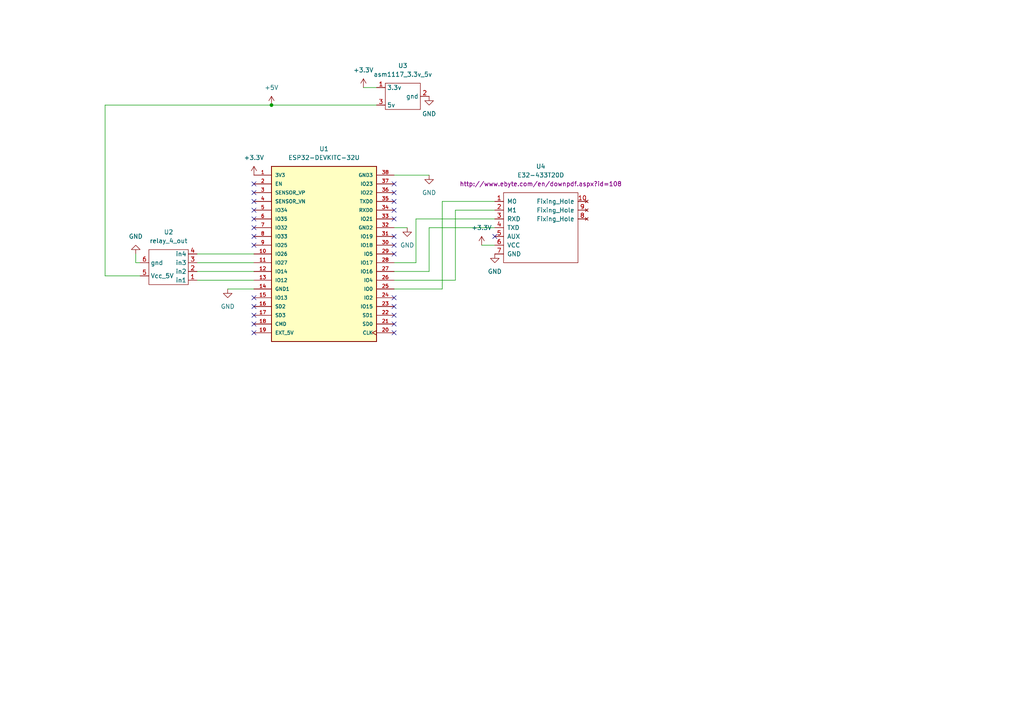
<source format=kicad_sch>
(kicad_sch (version 20211123) (generator eeschema)
  (paper "A4")
  (lib_symbols
    (symbol "E32-xxxT20D:E32-433T20D" (pin_names (offset 1.016))
      (property "Reference" "U" (at 0 3.302 0))
      (property "Value" "E32-433T20D" (at 0 1.27 0))
      (property "Datasheet" "http://www.ebyte.com/en/downpdf.aspx?id=108" (at 0 0 0))
      (symbol "E32-433T20D_0_1"
        (rectangle (start 0 0) (end 21.59 -20.32))
      )
      (symbol "E32-433T20D_1_0"
        (pin no_connect line (at 24.13 -7.62 180) (length 2.54) (name "Fixing_Hole") (number "8"))
      )
      (symbol "E32-433T20D_1_1"
        (pin input line (at -2.54 -2.54 0) (length 2.54) (name "M0") (number "1"))
        (pin no_connect line (at 24.13 -2.54 180) (length 2.54) (name "Fixing_Hole") (number "10"))
        (pin input line (at -2.54 -5.08 0) (length 2.54) (name "M1") (number "2"))
        (pin input line (at -2.54 -7.62 0) (length 2.54) (name "RXD") (number "3"))
        (pin output line (at -2.54 -10.16 0) (length 2.54) (name "TXD") (number "4"))
        (pin output line (at -2.54 -12.7 0) (length 2.54) (name "AUX") (number "5"))
        (pin input line (at -2.54 -15.24 0) (length 2.54) (name "VCC") (number "6"))
        (pin input line (at -2.54 -17.78 0) (length 2.54) (name "GND") (number "7"))
        (pin no_connect line (at 24.13 -5.08 180) (length 2.54) (name "Fixing_Hole") (number "9"))
      )
    )
    (symbol "ESP32-DEVKITC-32U:ESP32-DEVKITC-32U" (pin_names (offset 1.016))
      (property "Reference" "U" (at -15.2654 26.0604 0))
      (property "Value" "ESP32-DEVKITC-32U" (at -15.2654 -27.9654 0))
      (symbol "ESP32-DEVKITC-32U_0_0"
        (rectangle (start -15.24 -25.4) (end 15.24 25.4) (stroke (width 0.254)) (fill (type background)))
        (pin power_in line (at -20.32 22.86 0) (length 5.08) (name "3V3") (number "1"))
        (pin bidirectional line (at -20.32 0 0) (length 5.08) (name "IO26") (number "10"))
        (pin bidirectional line (at -20.32 -2.54 0) (length 5.08) (name "IO27") (number "11"))
        (pin bidirectional line (at -20.32 -5.08 0) (length 5.08) (name "IO14") (number "12"))
        (pin bidirectional line (at -20.32 -7.62 0) (length 5.08) (name "IO12") (number "13"))
        (pin power_in line (at -20.32 -10.16 0) (length 5.08) (name "GND1") (number "14"))
        (pin bidirectional line (at -20.32 -12.7 0) (length 5.08) (name "IO13") (number "15"))
        (pin bidirectional line (at -20.32 -15.24 0) (length 5.08) (name "SD2") (number "16"))
        (pin bidirectional line (at -20.32 -17.78 0) (length 5.08) (name "SD3") (number "17"))
        (pin bidirectional line (at -20.32 -20.32 0) (length 5.08) (name "CMD") (number "18"))
        (pin power_in line (at -20.32 -22.86 0) (length 5.08) (name "EXT_5V") (number "19"))
        (pin input line (at -20.32 20.32 0) (length 5.08) (name "EN") (number "2"))
        (pin input clock (at 20.32 -22.86 180) (length 5.08) (name "CLK") (number "20"))
        (pin bidirectional line (at 20.32 -20.32 180) (length 5.08) (name "SD0") (number "21"))
        (pin bidirectional line (at 20.32 -17.78 180) (length 5.08) (name "SD1") (number "22"))
        (pin bidirectional line (at 20.32 -15.24 180) (length 5.08) (name "IO15") (number "23"))
        (pin bidirectional line (at 20.32 -12.7 180) (length 5.08) (name "IO2") (number "24"))
        (pin bidirectional line (at 20.32 -10.16 180) (length 5.08) (name "IO0") (number "25"))
        (pin bidirectional line (at 20.32 -7.62 180) (length 5.08) (name "IO4") (number "26"))
        (pin bidirectional line (at 20.32 -5.08 180) (length 5.08) (name "IO16") (number "27"))
        (pin bidirectional line (at 20.32 -2.54 180) (length 5.08) (name "IO17") (number "28"))
        (pin bidirectional line (at 20.32 0 180) (length 5.08) (name "IO5") (number "29"))
        (pin input line (at -20.32 17.78 0) (length 5.08) (name "SENSOR_VP") (number "3"))
        (pin bidirectional line (at 20.32 2.54 180) (length 5.08) (name "IO18") (number "30"))
        (pin bidirectional line (at 20.32 5.08 180) (length 5.08) (name "IO19") (number "31"))
        (pin power_in line (at 20.32 7.62 180) (length 5.08) (name "GND2") (number "32"))
        (pin bidirectional line (at 20.32 10.16 180) (length 5.08) (name "IO21") (number "33"))
        (pin input line (at 20.32 12.7 180) (length 5.08) (name "RXD0") (number "34"))
        (pin output line (at 20.32 15.24 180) (length 5.08) (name "TXD0") (number "35"))
        (pin bidirectional line (at 20.32 17.78 180) (length 5.08) (name "IO22") (number "36"))
        (pin bidirectional line (at 20.32 20.32 180) (length 5.08) (name "IO23") (number "37"))
        (pin power_in line (at 20.32 22.86 180) (length 5.08) (name "GND3") (number "38"))
        (pin input line (at -20.32 15.24 0) (length 5.08) (name "SENSOR_VN") (number "4"))
        (pin bidirectional line (at -20.32 12.7 0) (length 5.08) (name "IO34") (number "5"))
        (pin bidirectional line (at -20.32 10.16 0) (length 5.08) (name "IO35") (number "6"))
        (pin bidirectional line (at -20.32 7.62 0) (length 5.08) (name "IO32") (number "7"))
        (pin bidirectional line (at -20.32 5.08 0) (length 5.08) (name "IO33") (number "8"))
        (pin bidirectional line (at -20.32 2.54 0) (length 5.08) (name "IO25") (number "9"))
      )
    )
    (symbol "module_analog_sensor:asm1117_3.3v_5v"
      (property "Reference" "U" (at 5.08 8.89 0))
      (property "Value" "asm1117_3.3v_5v" (at 5.08 -2.54 0))
      (symbol "asm1117_3.3v_5v_0_1"
        (rectangle (start 0 7.62) (end 10.16 0))
      )
      (symbol "asm1117_3.3v_5v_1_1"
        (pin output line (at -2.54 6.35 0) (length 2.54) (name "3.3v") (number "1"))
        (pin output line (at 12.7 3.81 180) (length 2.54) (name "gnd") (number "2"))
        (pin output line (at -2.54 1.27 0) (length 2.54) (name "5v") (number "3"))
      )
    )
    (symbol "module_analog_sensor:relay_4_out"
      (property "Reference" "U" (at 5.08 12.7 0))
      (property "Value" "relay_4_out" (at 6.35 -1.27 0))
      (symbol "relay_4_out_0_1"
        (rectangle (start 0 11.43) (end 11.43 1.27))
      )
      (symbol "relay_4_out_1_1"
        (pin input line (at -2.54 10.16 0) (length 2.54) (name "in1") (number "1"))
        (pin input line (at -2.54 7.62 0) (length 2.54) (name "in2") (number "2"))
        (pin input line (at -2.54 5.08 0) (length 2.54) (name "in3") (number "3"))
        (pin input line (at -2.54 2.54 0) (length 2.54) (name "in4") (number "4"))
        (pin output line (at 13.97 8.89 180) (length 2.54) (name "Vcc_5V") (number "5"))
        (pin output line (at 13.97 5.08 180) (length 2.54) (name "gnd") (number "6"))
      )
    )
    (symbol "power:+3.3V" (power) (pin_names (offset 0))
      (property "Value" "+3.3V" (at 0 3.556 0))
      (symbol "+3.3V_0_1"
        (polyline (pts (xy -0.762 1.27) (xy 0 2.54)))
        (polyline (pts (xy 0 0) (xy 0 2.54)))
        (polyline (pts (xy 0 2.54) (xy 0.762 1.27)))
      )
      (symbol "+3.3V_1_1"
        (pin power_in line (at 0 0 90) (length 0) hide (name "+3.3V") (number "1"))
      )
    )
    (symbol "power:+5V" (power) (pin_names (offset 0))
      (property "Value" "+5V" (at 0 3.556 0))
      (symbol "+5V_0_1"
        (polyline (pts (xy -0.762 1.27) (xy 0 2.54)))
        (polyline (pts (xy 0 0) (xy 0 2.54)))
        (polyline (pts (xy 0 2.54) (xy 0.762 1.27)))
      )
      (symbol "+5V_1_1"
        (pin power_in line (at 0 0 90) (length 0) hide (name "+5V") (number "1"))
      )
    )
    (symbol "power:GND" (power) (pin_names (offset 0))
      (property "Value" "GND" (at 0 -3.81 0))
      (symbol "GND_0_1"
        (polyline (pts (xy 0 0) (xy 0 -1.27) (xy 1.27 -1.27) (xy 0 -2.54) (xy -1.27 -1.27) (xy 0 -1.27)))
      )
      (symbol "GND_1_1"
        (pin power_in line (at 0 0 270) (length 0) hide (name "GND") (number "1"))
      )
    )
  )
  (junction (at 78.74 30.48))
  (no_connect (at 73.66 53.34))
  (no_connect (at 73.66 63.5))
  (no_connect (at 73.66 60.96))
  (no_connect (at 73.66 58.42))
  (no_connect (at 73.66 55.88))
  (no_connect (at 114.3 88.9))
  (no_connect (at 114.3 91.44))
  (no_connect (at 114.3 93.98))
  (no_connect (at 114.3 96.52))
  (no_connect (at 73.66 96.52))
  (no_connect (at 73.66 93.98))
  (no_connect (at 73.66 91.44))
  (no_connect (at 73.66 88.9))
  (no_connect (at 73.66 86.36))
  (no_connect (at 73.66 71.12))
  (no_connect (at 73.66 68.58))
  (no_connect (at 73.66 66.04))
  (no_connect (at 114.3 86.36))
  (no_connect (at 114.3 73.66))
  (no_connect (at 114.3 68.58))
  (no_connect (at 114.3 71.12))
  (no_connect (at 114.3 63.5))
  (no_connect (at 114.3 60.96))
  (no_connect (at 114.3 58.42))
  (no_connect (at 114.3 55.88))
  (no_connect (at 114.3 53.34))
  (no_connect (at 143.51 68.58))
  (wire (pts (xy 57.15 81.28) (xy 73.66 81.28)))
  (wire (pts (xy 114.3 50.8) (xy 124.46 50.8)))
  (wire (pts (xy 132.08 60.96) (xy 143.51 60.96)))
  (wire (pts (xy 30.48 80.01) (xy 40.64 80.01)))
  (wire (pts (xy 66.04 83.82) (xy 73.66 83.82)))
  (wire (pts (xy 30.48 30.48) (xy 30.48 80.01)))
  (wire (pts (xy 105.41 25.4) (xy 109.22 25.4)))
  (wire (pts (xy 57.15 78.74) (xy 73.66 78.74)))
  (wire (pts (xy 39.37 73.66) (xy 39.37 76.2)))
  (wire (pts (xy 120.65 63.5) (xy 120.65 76.2)))
  (wire (pts (xy 39.37 76.2) (xy 40.64 76.2)))
  (wire (pts (xy 128.27 58.42) (xy 128.27 83.82)))
  (wire (pts (xy 128.27 83.82) (xy 114.3 83.82)))
  (wire (pts (xy 114.3 81.28) (xy 132.08 81.28)))
  (wire (pts (xy 139.7 71.12) (xy 143.51 71.12)))
  (wire (pts (xy 143.51 63.5) (xy 120.65 63.5)))
  (wire (pts (xy 124.46 66.04) (xy 143.51 66.04)))
  (wire (pts (xy 114.3 78.74) (xy 124.46 78.74)))
  (wire (pts (xy 124.46 78.74) (xy 124.46 66.04)))
  (wire (pts (xy 57.15 76.2) (xy 73.66 76.2)))
  (wire (pts (xy 57.15 73.66) (xy 73.66 73.66)))
  (wire (pts (xy 120.65 76.2) (xy 114.3 76.2)))
  (wire (pts (xy 78.74 30.48) (xy 30.48 30.48)))
  (wire (pts (xy 114.3 66.04) (xy 118.11 66.04)))
  (wire (pts (xy 109.22 30.48) (xy 78.74 30.48)))
  (wire (pts (xy 143.51 58.42) (xy 128.27 58.42)))
  (wire (pts (xy 132.08 81.28) (xy 132.08 60.96)))
  (symbol (lib_id "ESP32-DEVKITC-32U:ESP32-DEVKITC-32U") (at 93.98 73.66 0) (unit 1)
    (property "Reference" "U1" (at 93.98 43.18 0))
    (property "Value" "ESP32-DEVKITC-32U" (at 93.98 45.72 0))
    (property "Footprint" "ESP32-DEVKITC-32U:MODULE_ESP32-DEVKITC-AI-Thinker" (effects hide))
    (property "PARTREV" "N/A" (effects hide))
    (property "MANUFACTURER" "ESPRESSIF" (effects hide))
    (property "STANDARD" "Manufacturer Recommendations" (effects hide))
  )
  (symbol (lib_id "power:GND") (at 143.51 73.66 0) (unit 1)
    (property "Reference" "#PWR0108" (effects hide))
    (property "Value" "GND" (at 143.51 78.74 0))
  )
  (symbol (lib_id "power:GND") (at 124.46 50.8 0) (unit 1)
    (property "Reference" "#PWR0106" (effects hide))
    (property "Value" "GND" (at 124.46 55.88 0))
  )
  (symbol (lib_id "power:+3.3V") (at 105.41 25.4 0) (unit 1)
    (property "Reference" "#PWR0105" (effects hide))
    (property "Value" "+3.3V" (at 105.41 20.32 0))
  )
  (symbol (lib_id "power:+3.3V") (at 73.66 50.8 0) (unit 1)
    (property "Reference" "#PWR0101" (effects hide))
    (property "Value" "+3.3V" (at 73.66 45.72 0))
  )
  (symbol (lib_id "power:+3.3V") (at 139.7 71.12 0) (unit 1)
    (property "Reference" "#PWR0109" (effects hide))
    (property "Value" "+3.3V" (at 139.7 66.04 0))
  )
  (symbol (lib_id "power:GND") (at 124.46 27.94 0) (unit 1)
    (property "Reference" "#PWR0104" (effects hide))
    (property "Value" "GND" (at 124.46 33.02 0))
  )
  (symbol (lib_id "power:+5V") (at 78.74 30.48 0) (unit 1)
    (property "Reference" "#PWR?" (effects hide))
    (property "Value" "+5V" (at 78.74 25.4 0))
  )
  (symbol (lib_id "power:GND") (at 66.04 83.82 0) (unit 1)
    (property "Reference" "#PWR0102" (effects hide))
    (property "Value" "GND" (at 66.04 88.9 0))
  )
  (symbol (lib_id "power:GND") (at 39.37 73.66 180) (unit 1)
    (property "Reference" "#PWR0103" (effects hide))
    (property "Value" "GND" (at 39.37 68.58 0))
  )
  (symbol (lib_id "module_analog_sensor:relay_4_out") (at 54.61 71.12 180) (unit 1)
    (property "Reference" "U2" (at 48.895 67.31 0))
    (property "Value" "relay_4_out" (at 48.895 69.85 0))
    (property "Footprint" "module_analog_sensor:relay_4_out" (effects hide))
  )
  (symbol (lib_id "module_analog_sensor:asm1117_3.3v_5v") (at 111.76 31.75 0) (unit 1)
    (property "Reference" "U3" (at 116.84 19.05 0))
    (property "Value" "asm1117_3.3v_5v" (at 116.84 21.59 0))
    (property "Footprint" "module_analog_sensor:asm1117_3.3V_5V" (effects hide))
  )
  (symbol (lib_id "power:GND") (at 118.11 66.04 0) (unit 1)
    (property "Reference" "#PWR0107" (effects hide))
    (property "Value" "GND" (at 118.11 71.12 0))
  )
  (symbol (lib_id "E32-xxxT20D:E32-433T20D") (at 146.05 55.88 0) (unit 1)
    (property "Reference" "U4" (at 156.845 48.26 0))
    (property "Value" "E32-433T20D" (at 156.845 50.8 0))
    (property "Footprint" "42CrMo4-KiCad-Library:E32-xxxT20D" (effects hide))
    (property "Datasheet" "http://www.ebyte.com/en/downpdf.aspx?id=108" (at 156.845 53.34 0))
  )
)
</source>
